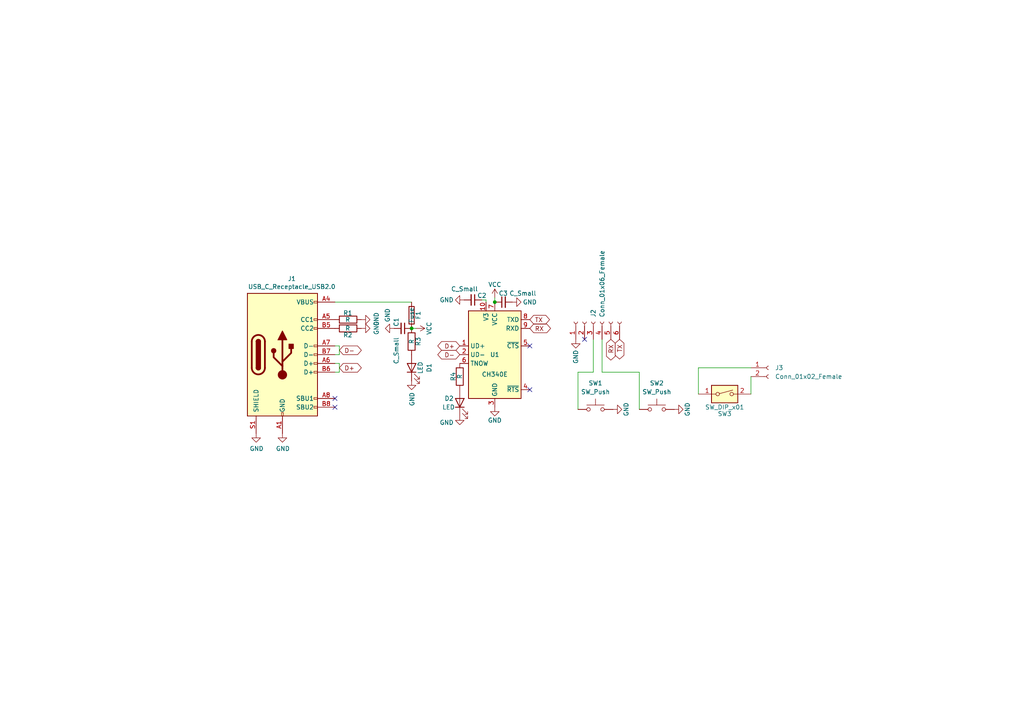
<source format=kicad_sch>
(kicad_sch (version 20211123) (generator eeschema)
  (paper "A4")
  (lib_symbols
    (symbol "Connector:Conn_01x02_Female" (pin_names (offset 1.016) hide)
      (property "Reference" "J" (at 0 2.54 0))
      (property "Value" "Conn_01x02_Female" (at 0 -5.08 0))
      (symbol "Conn_01x02_Female_1_1"
        (arc (start 0 -2.032) (mid -0.508 -2.54) (end 0 -3.048) (stroke (width 0.1524)))
        (polyline (pts (xy -1.27 -2.54) (xy -0.508 -2.54)) (stroke (width 0.1524)))
        (polyline (pts (xy -1.27 0) (xy -0.508 0)) (stroke (width 0.1524)))
        (arc (start 0 0.508) (mid -0.508 0) (end 0 -0.508) (stroke (width 0.1524)))
        (pin passive line (at -5.08 0 0) (length 3.81) (name "Pin_1") (number "1"))
        (pin passive line (at -5.08 -2.54 0) (length 3.81) (name "Pin_2") (number "2"))
      )
    )
    (symbol "Connector:Conn_01x06_Female" (pin_names (offset 1.016) hide)
      (property "Reference" "J" (at 0 7.62 0))
      (property "Value" "Conn_01x06_Female" (at 0 -10.16 0))
      (symbol "Conn_01x06_Female_1_1"
        (arc (start 0 -7.112) (mid -0.508 -7.62) (end 0 -8.128) (stroke (width 0.1524)))
        (arc (start 0 -4.572) (mid -0.508 -5.08) (end 0 -5.588) (stroke (width 0.1524)))
        (arc (start 0 -2.032) (mid -0.508 -2.54) (end 0 -3.048) (stroke (width 0.1524)))
        (polyline (pts (xy -1.27 -7.62) (xy -0.508 -7.62)) (stroke (width 0.1524)))
        (polyline (pts (xy -1.27 -5.08) (xy -0.508 -5.08)) (stroke (width 0.1524)))
        (polyline (pts (xy -1.27 -2.54) (xy -0.508 -2.54)) (stroke (width 0.1524)))
        (polyline (pts (xy -1.27 0) (xy -0.508 0)) (stroke (width 0.1524)))
        (polyline (pts (xy -1.27 2.54) (xy -0.508 2.54)) (stroke (width 0.1524)))
        (polyline (pts (xy -1.27 5.08) (xy -0.508 5.08)) (stroke (width 0.1524)))
        (arc (start 0 0.508) (mid -0.508 0) (end 0 -0.508) (stroke (width 0.1524)))
        (arc (start 0 3.048) (mid -0.508 2.54) (end 0 2.032) (stroke (width 0.1524)))
        (arc (start 0 5.588) (mid -0.508 5.08) (end 0 4.572) (stroke (width 0.1524)))
        (pin passive line (at -5.08 5.08 0) (length 3.81) (name "Pin_1") (number "1"))
        (pin passive line (at -5.08 2.54 0) (length 3.81) (name "Pin_2") (number "2"))
        (pin passive line (at -5.08 0 0) (length 3.81) (name "Pin_3") (number "3"))
        (pin passive line (at -5.08 -2.54 0) (length 3.81) (name "Pin_4") (number "4"))
        (pin passive line (at -5.08 -5.08 0) (length 3.81) (name "Pin_5") (number "5"))
        (pin passive line (at -5.08 -7.62 0) (length 3.81) (name "Pin_6") (number "6"))
      )
    )
    (symbol "Connector:USB_C_Receptacle_USB2.0" (pin_names (offset 1.016))
      (property "Reference" "J" (at -10.16 19.05 0))
      (property "Value" "USB_C_Receptacle_USB2.0" (at 19.05 19.05 0))
      (symbol "USB_C_Receptacle_USB2.0_0_0"
        (rectangle (start -0.254 -17.78) (end 0.254 -16.764))
        (rectangle (start 10.16 -14.986) (end 9.144 -15.494))
        (rectangle (start 10.16 -12.446) (end 9.144 -12.954))
        (rectangle (start 10.16 -4.826) (end 9.144 -5.334))
        (rectangle (start 10.16 -2.286) (end 9.144 -2.794))
        (rectangle (start 10.16 0.254) (end 9.144 -0.254))
        (rectangle (start 10.16 2.794) (end 9.144 2.286))
        (rectangle (start 10.16 7.874) (end 9.144 7.366))
        (rectangle (start 10.16 10.414) (end 9.144 9.906))
        (rectangle (start 10.16 15.494) (end 9.144 14.986))
      )
      (symbol "USB_C_Receptacle_USB2.0_0_1"
        (rectangle (start -10.16 17.78) (end 10.16 -17.78) (stroke (width 0.254)) (fill (type background)))
        (arc (start -8.89 -3.81) (mid -6.985 -5.715) (end -5.08 -3.81) (stroke (width 0.508)))
        (arc (start -7.62 -3.81) (mid -6.985 -4.445) (end -6.35 -3.81) (stroke (width 0.254)))
        (arc (start -7.62 -3.81) (mid -6.985 -4.445) (end -6.35 -3.81) (stroke (width 0.254)) (fill (type outline)))
        (rectangle (start -7.62 -3.81) (end -6.35 3.81) (stroke (width 0.254)) (fill (type outline)))
        (arc (start -6.35 3.81) (mid -6.985 4.445) (end -7.62 3.81) (stroke (width 0.254)))
        (arc (start -6.35 3.81) (mid -6.985 4.445) (end -7.62 3.81) (stroke (width 0.254)) (fill (type outline)))
        (arc (start -5.08 3.81) (mid -6.985 5.715) (end -8.89 3.81) (stroke (width 0.508)))
        (circle (center -2.54 1.143) (radius 0.635) (stroke (width 0.254)) (fill (type outline)))
        (circle (center 0 -5.842) (radius 1.27) (fill (type outline)))
        (polyline (pts (xy -8.89 -3.81) (xy -8.89 3.81)) (stroke (width 0.508)))
        (polyline (pts (xy -5.08 3.81) (xy -5.08 -3.81)) (stroke (width 0.508)))
        (polyline (pts (xy 0 -5.842) (xy 0 4.318)) (stroke (width 0.508)))
        (polyline (pts (xy 0 -3.302) (xy -2.54 -0.762) (xy -2.54 0.508)) (stroke (width 0.508)))
        (polyline (pts (xy 0 -2.032) (xy 2.54 0.508) (xy 2.54 1.778)) (stroke (width 0.508)))
        (polyline (pts (xy -1.27 4.318) (xy 0 6.858) (xy 1.27 4.318) (xy -1.27 4.318)) (stroke (width 0.254)) (fill (type outline)))
        (rectangle (start 1.905 1.778) (end 3.175 3.048) (stroke (width 0.254)) (fill (type outline)))
      )
      (symbol "USB_C_Receptacle_USB2.0_1_1"
        (pin passive line (at 0 -22.86 90) (length 5.08) (name "GND") (number "A1"))
        (pin passive line (at 0 -22.86 90) (length 5.08) hide (name "GND") (number "A12"))
        (pin passive line (at 15.24 15.24 180) (length 5.08) (name "VBUS") (number "A4"))
        (pin bidirectional line (at 15.24 10.16 180) (length 5.08) (name "CC1") (number "A5"))
        (pin bidirectional line (at 15.24 -2.54 180) (length 5.08) (name "D+") (number "A6"))
        (pin bidirectional line (at 15.24 2.54 180) (length 5.08) (name "D-") (number "A7"))
        (pin bidirectional line (at 15.24 -12.7 180) (length 5.08) (name "SBU1") (number "A8"))
        (pin passive line (at 15.24 15.24 180) (length 5.08) hide (name "VBUS") (number "A9"))
        (pin passive line (at 0 -22.86 90) (length 5.08) hide (name "GND") (number "B1"))
        (pin passive line (at 0 -22.86 90) (length 5.08) hide (name "GND") (number "B12"))
        (pin passive line (at 15.24 15.24 180) (length 5.08) hide (name "VBUS") (number "B4"))
        (pin bidirectional line (at 15.24 7.62 180) (length 5.08) (name "CC2") (number "B5"))
        (pin bidirectional line (at 15.24 -5.08 180) (length 5.08) (name "D+") (number "B6"))
        (pin bidirectional line (at 15.24 0 180) (length 5.08) (name "D-") (number "B7"))
        (pin bidirectional line (at 15.24 -15.24 180) (length 5.08) (name "SBU2") (number "B8"))
        (pin passive line (at 15.24 15.24 180) (length 5.08) hide (name "VBUS") (number "B9"))
        (pin passive line (at -7.62 -22.86 90) (length 5.08) (name "SHIELD") (number "S1"))
      )
    )
    (symbol "Device:C_Small" (pin_numbers hide) (pin_names (offset 0.254) hide)
      (property "Reference" "C" (at 0.254 1.778 0))
      (property "Value" "C_Small" (at 0.254 -2.032 0))
      (symbol "C_Small_0_1"
        (polyline (pts (xy -1.524 -0.508) (xy 1.524 -0.508)) (stroke (width 0.3302)))
        (polyline (pts (xy -1.524 0.508) (xy 1.524 0.508)) (stroke (width 0.3048)))
      )
      (symbol "C_Small_1_1"
        (pin passive line (at 0 2.54 270) (length 2.032) (name "~") (number "1"))
        (pin passive line (at 0 -2.54 90) (length 2.032) (name "~") (number "2"))
      )
    )
    (symbol "Device:Fuse" (pin_numbers hide) (pin_names (offset 0))
      (property "Reference" "F" (at 2.032 0 90))
      (property "Value" "Fuse" (at -1.905 0 90))
      (symbol "Fuse_0_1"
        (rectangle (start -0.762 -2.54) (end 0.762 2.54) (stroke (width 0.254)))
        (polyline (pts (xy 0 2.54) (xy 0 -2.54)))
      )
      (symbol "Fuse_1_1"
        (pin passive line (at 0 3.81 270) (length 1.27) (name "~") (number "1"))
        (pin passive line (at 0 -3.81 90) (length 1.27) (name "~") (number "2"))
      )
    )
    (symbol "Device:LED" (pin_numbers hide) (pin_names (offset 1.016) hide)
      (property "Reference" "D" (at 0 2.54 0))
      (property "Value" "LED" (at 0 -2.54 0))
      (symbol "LED_0_1"
        (polyline (pts (xy -1.27 -1.27) (xy -1.27 1.27)) (stroke (width 0.254)))
        (polyline (pts (xy -1.27 0) (xy 1.27 0)))
        (polyline (pts (xy 1.27 -1.27) (xy 1.27 1.27) (xy -1.27 0) (xy 1.27 -1.27)) (stroke (width 0.254)))
        (polyline (pts (xy -3.048 -0.762) (xy -4.572 -2.286) (xy -3.81 -2.286) (xy -4.572 -2.286) (xy -4.572 -1.524)))
        (polyline (pts (xy -1.778 -0.762) (xy -3.302 -2.286) (xy -2.54 -2.286) (xy -3.302 -2.286) (xy -3.302 -1.524)))
      )
      (symbol "LED_1_1"
        (pin passive line (at -3.81 0 0) (length 2.54) (name "K") (number "1"))
        (pin passive line (at 3.81 0 180) (length 2.54) (name "A") (number "2"))
      )
    )
    (symbol "Device:R" (pin_numbers hide) (pin_names (offset 0))
      (property "Reference" "R" (at 2.032 0 90))
      (property "Value" "R" (at 0 0 90))
      (symbol "R_0_1"
        (rectangle (start -1.016 -2.54) (end 1.016 2.54) (stroke (width 0.254)))
      )
      (symbol "R_1_1"
        (pin passive line (at 0 3.81 270) (length 1.27) (name "~") (number "1"))
        (pin passive line (at 0 -3.81 90) (length 1.27) (name "~") (number "2"))
      )
    )
    (symbol "Interface_USB:CH340E"
      (property "Reference" "U" (at -5.08 13.97 0))
      (property "Value" "CH340E" (at 1.27 13.97 0))
      (symbol "CH340E_0_1"
        (rectangle (start -7.62 12.7) (end 7.62 -12.7) (stroke (width 0.254)) (fill (type background)))
      )
      (symbol "CH340E_1_1"
        (pin bidirectional line (at -10.16 2.54 0) (length 2.54) (name "UD+") (number "1"))
        (pin passive line (at -2.54 15.24 270) (length 2.54) (name "V3") (number "10"))
        (pin bidirectional line (at -10.16 0 0) (length 2.54) (name "UD-") (number "2"))
        (pin power_in line (at 0 -15.24 90) (length 2.54) (name "GND") (number "3"))
        (pin output line (at 10.16 -10.16 180) (length 2.54) (name "~{RTS}") (number "4"))
        (pin input line (at 10.16 2.54 180) (length 2.54) (name "~{CTS}") (number "5"))
        (pin output line (at -10.16 -2.54 0) (length 2.54) (name "TNOW") (number "6"))
        (pin power_in line (at 0 15.24 270) (length 2.54) (name "VCC") (number "7"))
        (pin output line (at 10.16 10.16 180) (length 2.54) (name "TXD") (number "8"))
        (pin input line (at 10.16 7.62 180) (length 2.54) (name "RXD") (number "9"))
      )
    )
    (symbol "Switch:SW_DIP_x01" (pin_names (offset 0) hide)
      (property "Reference" "SW" (at 0 3.81 0))
      (property "Value" "SW_DIP_x01" (at 0 -3.81 0))
      (symbol "SW_DIP_x01_0_0"
        (circle (center -2.032 0) (radius 0.508))
        (polyline (pts (xy -1.524 0.127) (xy 2.3622 1.1684)))
        (circle (center 2.032 0) (radius 0.508))
      )
      (symbol "SW_DIP_x01_0_1"
        (rectangle (start -3.81 2.54) (end 3.81 -2.54) (stroke (width 0.254)) (fill (type background)))
      )
      (symbol "SW_DIP_x01_1_1"
        (pin passive line (at -7.62 0 0) (length 5.08) (name "~") (number "1"))
        (pin passive line (at 7.62 0 180) (length 5.08) (name "~") (number "2"))
      )
    )
    (symbol "Switch:SW_Push" (pin_numbers hide) (pin_names (offset 1.016) hide)
      (property "Reference" "SW" (at 1.27 2.54 0))
      (property "Value" "SW_Push" (at 0 -1.524 0))
      (symbol "SW_Push_0_1"
        (circle (center -2.032 0) (radius 0.508))
        (polyline (pts (xy 0 1.27) (xy 0 3.048)))
        (polyline (pts (xy 2.54 1.27) (xy -2.54 1.27)))
        (circle (center 2.032 0) (radius 0.508))
        (pin passive line (at -5.08 0 0) (length 2.54) (name "1") (number "1"))
        (pin passive line (at 5.08 0 180) (length 2.54) (name "2") (number "2"))
      )
    )
    (symbol "power:GND" (power) (pin_names (offset 0))
      (property "Value" "GND" (at 0 -3.81 0))
      (symbol "GND_0_1"
        (polyline (pts (xy 0 0) (xy 0 -1.27) (xy 1.27 -1.27) (xy 0 -2.54) (xy -1.27 -1.27) (xy 0 -1.27)))
      )
      (symbol "GND_1_1"
        (pin power_in line (at 0 0 270) (length 0) hide (name "GND") (number "1"))
      )
    )
    (symbol "power:VCC" (power) (pin_names (offset 0))
      (property "Value" "VCC" (at 0 3.81 0))
      (symbol "VCC_0_1"
        (polyline (pts (xy -0.762 1.27) (xy 0 2.54)))
        (polyline (pts (xy 0 0) (xy 0 2.54)))
        (polyline (pts (xy 0 2.54) (xy 0.762 1.27)))
      )
      (symbol "VCC_1_1"
        (pin power_in line (at 0 0 90) (length 0) hide (name "VCC") (number "1"))
      )
    )
  )
  (junction (at 119.38 95.25))
  (junction (at 143.51 87.63))
  (no_connect (at 169.545 98.425))
  (no_connect (at 153.67 113.03))
  (no_connect (at 153.67 100.33))
  (no_connect (at 97.155 115.57))
  (no_connect (at 97.155 118.11))
  (wire (pts (xy 217.805 106.68) (xy 202.565 106.68)))
  (wire (pts (xy 172.085 107.95) (xy 167.64 107.95)))
  (wire (pts (xy 174.625 98.425) (xy 174.625 107.95)))
  (wire (pts (xy 167.64 107.95) (xy 167.64 118.745)))
  (wire (pts (xy 98.425 102.87) (xy 98.425 100.33)))
  (wire (pts (xy 140.97 86.995) (xy 140.97 87.63)))
  (wire (pts (xy 97.155 87.63) (xy 119.38 87.63)))
  (wire (pts (xy 98.425 105.41) (xy 98.425 107.95)))
  (wire (pts (xy 140.97 86.995) (xy 139.7 86.995)))
  (wire (pts (xy 172.085 98.425) (xy 172.085 107.95)))
  (wire (pts (xy 97.155 102.87) (xy 98.425 102.87)))
  (wire (pts (xy 174.625 107.95) (xy 185.42 107.95)))
  (wire (pts (xy 97.155 100.33) (xy 98.425 100.33)))
  (wire (pts (xy 143.51 87.63) (xy 143.51 86.36)))
  (wire (pts (xy 119.38 95.25) (xy 120.65 95.25)))
  (wire (pts (xy 185.42 107.95) (xy 185.42 118.745)))
  (wire (pts (xy 97.155 107.95) (xy 98.425 107.95)))
  (wire (pts (xy 97.155 105.41) (xy 98.425 105.41)))
  (wire (pts (xy 217.805 109.22) (xy 217.805 114.3)))
  (wire (pts (xy 202.565 106.68) (xy 202.565 114.3)))
  (global_label "D-" (shape bidirectional) (at 98.425 101.6 0) (property "Intersheet References" "${INTERSHEET_REFS}" (effects hide)))
  (global_label "TX" (shape bidirectional) (at 153.67 92.71 0) (property "Intersheet References" "${INTERSHEET_REFS}" (effects hide)))
  (global_label "RX" (shape bidirectional) (at 177.165 98.425 270) (property "Intersheet References" "${INTERSHEET_REFS}" (effects hide)))
  (global_label "D+" (shape bidirectional) (at 98.425 106.68 0) (property "Intersheet References" "${INTERSHEET_REFS}" (effects hide)))
  (global_label "D-" (shape bidirectional) (at 133.35 102.87 180) (property "Intersheet References" "${INTERSHEET_REFS}" (effects hide)))
  (global_label "TX" (shape bidirectional) (at 179.705 98.425 270) (property "Intersheet References" "${INTERSHEET_REFS}" (effects hide)))
  (global_label "D+" (shape bidirectional) (at 133.35 100.33 180) (property "Intersheet References" "${INTERSHEET_REFS}" (effects hide)))
  (global_label "RX" (shape bidirectional) (at 153.67 95.25 0) (property "Intersheet References" "${INTERSHEET_REFS}" (effects hide)))
  (symbol (lib_id "power:GND") (at 167.005 98.425 0) (unit 1)
    (property "Reference" "#PWR013" (effects hide))
    (property "Value" "GND" (at 167.005 103.505 90))
  )
  (symbol (lib_id "Device:R") (at 119.38 99.06 180) (unit 1)
    (property "Reference" "R3" (at 121.285 99.06 90))
    (property "Value" "R" (at 119.38 99.06 90))
    (property "Footprint" "Resistor_SMD:R_0603_1608Metric" (effects hide))
    (property "LCSC" "C105428" (effects hide))
  )
  (symbol (lib_id "Device:R") (at 100.965 95.25 270) (unit 1)
    (property "Reference" "R2" (at 102.235 97.155 90) (effects (justify right)))
    (property "Value" "R" (at 101.6 95.25 90) (effects (justify right)))
    (property "Footprint" "Resistor_SMD:R_0402_1005Metric" (effects hide))
    (property "LCSC" "C159886" (effects hide))
  )
  (symbol (lib_id "power:GND") (at 114.3 95.25 270) (unit 1)
    (property "Reference" "#PWR05" (effects hide))
    (property "Value" "GND" (at 112.395 91.44 0))
  )
  (symbol (lib_id "Connector:USB_C_Receptacle_USB2.0") (at 81.915 102.87 0) (unit 1)
    (property "Reference" "J1" (at 84.6328 80.8482 0))
    (property "Value" "USB_C_Receptacle_USB2.0" (at 84.6328 83.1596 0))
    (property "Footprint" "Connector_USB:USB_C_Receptacle_XKB_U262-16XN-4BVC11" (effects hide))
    (property "Datasheet" "https://www.usb.org/sites/default/files/documents/usb_type-c.zip" (effects hide))
    (property "LCSC" "C2760486" (effects hide))
  )
  (symbol (lib_id "power:GND") (at 119.38 110.49 0) (unit 1)
    (property "Reference" "#PWR06" (effects hide))
    (property "Value" "GND" (at 119.507 113.7412 90) (effects (justify right)))
  )
  (symbol (lib_id "Device:C_Small") (at 116.84 95.25 270) (unit 1)
    (property "Reference" "C1" (at 114.935 92.075 0) (effects (justify left)))
    (property "Value" "C_Small" (at 114.935 97.79 0) (effects (justify left)))
    (property "Footprint" "Capacitor_SMD:C_01005_0402Metric" (effects hide))
    (property "LCSC" "C194427" (effects hide))
  )
  (symbol (lib_id "Device:R") (at 100.965 92.71 270) (unit 1)
    (property "Reference" "R1" (at 102.235 90.805 90) (effects (justify right)))
    (property "Value" "R" (at 101.6 92.71 90) (effects (justify right)))
    (property "Footprint" "Resistor_SMD:R_0402_1005Metric" (effects hide))
    (property "LCSC" "C159886" (effects hide))
  )
  (symbol (lib_id "power:GND") (at 177.8 118.745 90) (unit 1)
    (property "Reference" "#PWR014" (effects hide))
    (property "Value" "GND" (at 181.61 118.745 0))
  )
  (symbol (lib_id "power:GND") (at 195.58 118.745 90) (unit 1)
    (property "Reference" "#PWR015" (effects hide))
    (property "Value" "GND" (at 199.39 118.745 0))
  )
  (symbol (lib_id "Switch:SW_Push") (at 190.5 118.745 0) (unit 1)
    (property "Reference" "SW2" (at 190.5 111.125 0))
    (property "Value" "SW_Push" (at 190.5 113.665 0))
    (property "Footprint" "Button_Switch_THT:SW_PUSH_6mm_H5mm" (effects hide))
  )
  (symbol (lib_id "Interface_USB:CH340E") (at 143.51 102.87 0) (unit 1)
    (property "Reference" "U1" (at 143.51 102.87 0))
    (property "Value" "CH340E" (at 143.51 108.585 0))
    (property "Footprint" "Package_SO:MSOP-10_3x3mm_P0.5mm" (effects hide))
    (property "Datasheet" "https://www.mpja.com/download/35227cpdata.pdf" (effects hide))
    (property "LCSC" "C99652" (effects hide))
  )
  (symbol (lib_id "power:GND") (at 148.59 87.63 90) (unit 1)
    (property "Reference" "#PWR012" (effects hide))
    (property "Value" "GND" (at 153.67 87.63 90))
  )
  (symbol (lib_id "Device:LED") (at 133.35 116.84 90) (unit 1)
    (property "Reference" "D2" (at 128.905 115.57 90) (effects (justify right)))
    (property "Value" "LED" (at 128.27 118.11 90) (effects (justify right)))
    (property "Footprint" "LED_SMD:LED_0402_1005Metric" (effects hide))
    (property "LCSC" "C84263" (effects hide))
  )
  (symbol (lib_id "Switch:SW_DIP_x01") (at 210.185 114.3 0) (unit 1)
    (property "Reference" "SW3" (at 210.185 120.015 0))
    (property "Value" "SW_DIP_x01" (at 210.185 118.11 0))
    (property "Footprint" "Lib:DS-850k" (effects hide))
  )
  (symbol (lib_id "power:VCC") (at 143.51 86.36 0) (unit 1)
    (property "Reference" "#PWR010" (effects hide))
    (property "Value" "VCC" (at 143.51 82.55 0))
  )
  (symbol (lib_id "power:VCC") (at 120.65 95.25 270) (unit 1)
    (property "Reference" "#PWR07" (effects hide))
    (property "Value" "VCC" (at 124.46 95.25 0))
  )
  (symbol (lib_id "power:GND") (at 143.51 118.11 0) (unit 1)
    (property "Reference" "#PWR011" (effects hide))
    (property "Value" "GND" (at 143.51 121.92 0))
  )
  (symbol (lib_id "power:GND") (at 104.775 95.25 90) (unit 1)
    (property "Reference" "#PWR04" (effects hide))
    (property "Value" "GND" (at 109.1692 95.123 0))
  )
  (symbol (lib_id "power:GND") (at 134.62 86.995 270) (unit 1)
    (property "Reference" "#PWR09" (effects hide))
    (property "Value" "GND" (at 129.54 86.995 90))
  )
  (symbol (lib_id "power:GND") (at 133.35 120.65 0) (unit 1)
    (property "Reference" "#PWR08" (effects hide))
    (property "Value" "GND" (at 129.54 122.555 0))
  )
  (symbol (lib_id "power:GND") (at 74.295 125.73 0) (unit 1)
    (property "Reference" "#PWR01" (effects hide))
    (property "Value" "GND" (at 74.422 130.1242 0))
  )
  (symbol (lib_id "Connector:Conn_01x06_Female") (at 172.085 93.345 90) (unit 1)
    (property "Reference" "J2" (at 172.0849 92.075 0) (effects (justify left)))
    (property "Value" "Conn_01x06_Female" (at 174.6249 92.075 0) (effects (justify left)))
    (property "Footprint" "Connector_JST:JST_XH_B6B-XH-A_1x06_P2.50mm_Vertical" (effects hide))
  )
  (symbol (lib_id "Device:C_Small") (at 137.16 86.995 270) (unit 1)
    (property "Reference" "C2" (at 138.43 85.725 90) (effects (justify left)))
    (property "Value" "C_Small" (at 130.81 83.82 90) (effects (justify left)))
    (property "Footprint" "Capacitor_SMD:C_01005_0402Metric" (effects hide))
    (property "LCSC" "C126469" (effects hide))
  )
  (symbol (lib_id "Device:LED") (at 119.38 106.68 90) (unit 1)
    (property "Reference" "D1" (at 124.46 106.68 0))
    (property "Value" "LED" (at 121.92 106.68 0))
    (property "Footprint" "LED_SMD:LED_0402_1005Metric" (effects hide))
    (property "LCSC" "C84263" (effects hide))
  )
  (symbol (lib_id "Connector:Conn_01x02_Female") (at 222.885 106.68 0) (unit 1)
    (property "Reference" "J3" (at 224.79 106.6799 0) (effects (justify left)))
    (property "Value" "Conn_01x02_Female" (at 224.79 109.2199 0) (effects (justify left)))
    (property "Footprint" "Connector_JST:JST_XH_B2B-XH-A_1x02_P2.50mm_Vertical" (effects hide))
  )
  (symbol (lib_id "Device:R") (at 133.35 109.22 0) (unit 1)
    (property "Reference" "R4" (at 131.445 109.22 90))
    (property "Value" "R" (at 133.35 109.22 90))
    (property "Footprint" "Resistor_SMD:R_0402_1005Metric" (effects hide))
    (property "LCSC" "C159884" (effects hide))
  )
  (symbol (lib_id "Device:C_Small") (at 146.05 87.63 90) (unit 1)
    (property "Reference" "C3" (at 147.32 85.09 90) (effects (justify left)))
    (property "Value" "C_Small" (at 155.575 85.09 90) (effects (justify left)))
    (property "Footprint" "Capacitor_SMD:C_01005_0402Metric" (effects hide))
    (property "LCSC" "C126469" (effects hide))
  )
  (symbol (lib_id "Device:Fuse") (at 119.38 91.44 180) (unit 1)
    (property "Reference" "F1" (at 121.285 91.44 90))
    (property "Value" "Fuse" (at 119.38 91.44 90))
    (property "Footprint" "Fuse:Fuse_0603_1608Metric" (effects hide))
    (property "LCSC" "C116602" (effects hide))
  )
  (symbol (lib_id "Switch:SW_Push") (at 172.72 118.745 0) (unit 1)
    (property "Reference" "SW1" (at 172.72 111.125 0))
    (property "Value" "SW_Push" (at 172.72 113.665 0))
    (property "Footprint" "Button_Switch_THT:SW_PUSH_6mm_H5mm" (effects hide))
  )
  (symbol (lib_id "power:GND") (at 104.775 92.71 90) (unit 1)
    (property "Reference" "#PWR03" (effects hide))
    (property "Value" "GND" (at 109.1692 92.583 0))
  )
  (symbol (lib_id "power:GND") (at 81.915 125.73 0) (unit 1)
    (property "Reference" "#PWR02" (effects hide))
    (property "Value" "GND" (at 82.042 130.1242 0))
  )
)
</source>
